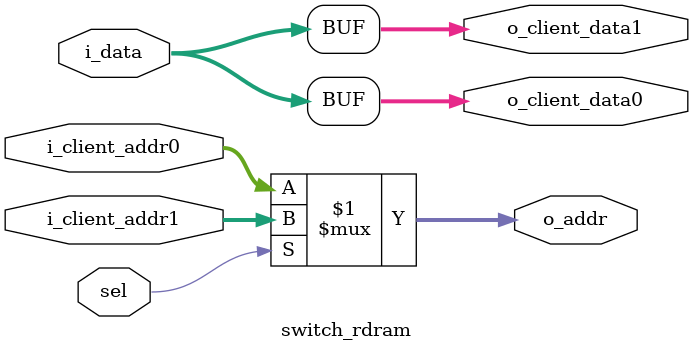
<source format=v>
module switch_rdram#(
	parameter DWIDTH = 16,
	parameter RAM_DEPTH = 3072
)(
	input  sel,
	input  [$clog2(RAM_DEPTH) - 1 : 0] i_client_addr0,
	output [DWIDTH - 1 : 0]            o_client_data0,
	input  [$clog2(RAM_DEPTH) - 1 : 0] i_client_addr1,
	output [DWIDTH - 1 : 0]            o_client_data1,
	input  [DWIDTH - 1 : 0]            i_data,
	output [$clog2(RAM_DEPTH) - 1 : 0] o_addr
);
	
	assign o_client_data0 = i_data; 
	assign o_client_data1 = i_data;
	assign o_addr         = sel? i_client_addr1 : i_client_addr0;
	
endmodule
</source>
